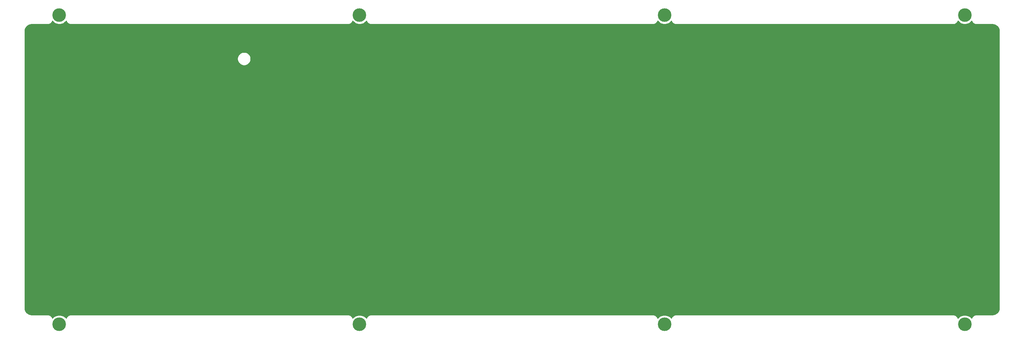
<source format=gbr>
G04 #@! TF.GenerationSoftware,KiCad,Pcbnew,(5.1.10-1-10_14)*
G04 #@! TF.CreationDate,2021-09-09T13:05:08-05:00*
G04 #@! TF.ProjectId,ori_bottom_plate,6f72695f-626f-4747-946f-6d5f706c6174,rev?*
G04 #@! TF.SameCoordinates,Original*
G04 #@! TF.FileFunction,Copper,L2,Bot*
G04 #@! TF.FilePolarity,Positive*
%FSLAX46Y46*%
G04 Gerber Fmt 4.6, Leading zero omitted, Abs format (unit mm)*
G04 Created by KiCad (PCBNEW (5.1.10-1-10_14)) date 2021-09-09 13:05:08*
%MOMM*%
%LPD*%
G01*
G04 APERTURE LIST*
G04 #@! TA.AperFunction,ComponentPad*
%ADD10C,3.500000*%
G04 #@! TD*
G04 #@! TA.AperFunction,ViaPad*
%ADD11C,0.500000*%
G04 #@! TD*
G04 #@! TA.AperFunction,Conductor*
%ADD12C,0.254000*%
G04 #@! TD*
G04 #@! TA.AperFunction,Conductor*
%ADD13C,0.100000*%
G04 #@! TD*
G04 APERTURE END LIST*
D10*
X311970354Y-118454889D03*
X311970354Y-38682951D03*
X233389042Y-118454889D03*
X233389042Y-38682951D03*
X155998322Y-118454889D03*
X155998322Y-38683016D03*
X389360818Y-38683016D03*
X389360818Y-118454824D03*
D11*
X385194165Y-59518840D03*
D12*
X310450005Y-40535501D02*
X310840633Y-40796511D01*
X311274675Y-40976297D01*
X311735452Y-41067951D01*
X312205256Y-41067951D01*
X312666033Y-40976297D01*
X313100075Y-40796511D01*
X313490703Y-40535501D01*
X313757764Y-40268440D01*
X313767359Y-40299436D01*
X313790513Y-40354518D01*
X313812946Y-40410042D01*
X313817273Y-40418178D01*
X313872533Y-40520380D01*
X313905968Y-40569948D01*
X313938739Y-40620029D01*
X313944563Y-40627170D01*
X314018622Y-40716692D01*
X314061059Y-40758833D01*
X314102922Y-40801583D01*
X314110023Y-40807456D01*
X314200060Y-40880889D01*
X314249879Y-40913988D01*
X314299242Y-40947788D01*
X314307349Y-40952170D01*
X314409934Y-41006716D01*
X314465241Y-41029511D01*
X314520219Y-41053075D01*
X314529023Y-41055800D01*
X314640249Y-41089381D01*
X314698900Y-41100994D01*
X314757437Y-41113437D01*
X314766602Y-41114400D01*
X314882233Y-41125738D01*
X314882237Y-41125738D01*
X314914220Y-41128888D01*
X386416488Y-41128888D01*
X386444470Y-41126132D01*
X386448039Y-41126157D01*
X386457211Y-41125258D01*
X386572758Y-41113114D01*
X386631361Y-41101084D01*
X386690119Y-41089876D01*
X386698941Y-41087212D01*
X386809930Y-41052855D01*
X386865012Y-41029701D01*
X386920536Y-41007268D01*
X386928672Y-41002941D01*
X387030874Y-40947681D01*
X387080442Y-40914246D01*
X387130523Y-40881475D01*
X387137664Y-40875651D01*
X387227186Y-40801592D01*
X387269327Y-40759155D01*
X387312077Y-40717292D01*
X387317950Y-40710191D01*
X387391383Y-40620154D01*
X387424482Y-40570335D01*
X387458282Y-40520972D01*
X387462664Y-40512865D01*
X387517210Y-40410280D01*
X387540005Y-40354973D01*
X387563569Y-40299995D01*
X387566294Y-40291191D01*
X387573205Y-40268302D01*
X387840469Y-40535566D01*
X388231097Y-40796576D01*
X388665139Y-40976362D01*
X389125916Y-41068016D01*
X389595720Y-41068016D01*
X390056497Y-40976362D01*
X390490539Y-40796576D01*
X390881167Y-40535566D01*
X391148317Y-40268416D01*
X391157919Y-40299436D01*
X391181073Y-40354518D01*
X391203506Y-40410042D01*
X391207833Y-40418178D01*
X391263093Y-40520380D01*
X391296528Y-40569948D01*
X391329299Y-40620029D01*
X391335123Y-40627170D01*
X391409182Y-40716692D01*
X391451619Y-40758833D01*
X391493482Y-40801583D01*
X391500583Y-40807456D01*
X391590620Y-40880889D01*
X391640439Y-40913988D01*
X391689802Y-40947788D01*
X391697909Y-40952170D01*
X391800494Y-41006716D01*
X391855801Y-41029511D01*
X391910779Y-41053075D01*
X391919583Y-41055800D01*
X392030809Y-41089381D01*
X392089460Y-41100994D01*
X392147997Y-41113437D01*
X392157162Y-41114400D01*
X392272793Y-41125738D01*
X392272808Y-41125738D01*
X392304801Y-41128888D01*
X396472881Y-41128761D01*
X396838861Y-41164646D01*
X397159864Y-41261562D01*
X397455930Y-41418983D01*
X397715777Y-41630909D01*
X397929515Y-41889272D01*
X398088998Y-42184230D01*
X398188154Y-42504552D01*
X398226411Y-42868543D01*
X398226410Y-114255541D01*
X398190524Y-114621531D01*
X398093607Y-114942538D01*
X397936187Y-115238599D01*
X397724259Y-115498448D01*
X397465896Y-115712186D01*
X397170940Y-115871668D01*
X396850618Y-115970824D01*
X396486642Y-116009079D01*
X392305169Y-116008952D01*
X392277177Y-116011708D01*
X392273596Y-116011683D01*
X392264425Y-116012582D01*
X392148877Y-116024726D01*
X392090267Y-116036757D01*
X392031517Y-116047964D01*
X392022695Y-116050628D01*
X391911706Y-116084985D01*
X391856624Y-116108139D01*
X391801100Y-116130572D01*
X391792964Y-116134899D01*
X391690762Y-116190159D01*
X391641171Y-116223609D01*
X391591113Y-116256365D01*
X391583972Y-116262189D01*
X391494450Y-116336248D01*
X391452309Y-116378685D01*
X391409559Y-116420548D01*
X391403686Y-116427649D01*
X391330254Y-116517686D01*
X391297165Y-116567490D01*
X391263355Y-116616868D01*
X391258972Y-116624974D01*
X391204427Y-116727560D01*
X391181640Y-116782846D01*
X391158067Y-116837845D01*
X391155342Y-116846648D01*
X391148431Y-116869538D01*
X390881167Y-116602274D01*
X390490539Y-116341264D01*
X390056497Y-116161478D01*
X389595720Y-116069824D01*
X389125916Y-116069824D01*
X388665139Y-116161478D01*
X388231097Y-116341264D01*
X387840469Y-116602274D01*
X387573319Y-116869424D01*
X387563717Y-116838404D01*
X387540563Y-116783322D01*
X387518130Y-116727798D01*
X387513803Y-116719662D01*
X387458543Y-116617460D01*
X387425093Y-116567869D01*
X387392337Y-116517811D01*
X387386513Y-116510670D01*
X387312454Y-116421148D01*
X387270017Y-116379007D01*
X387228154Y-116336257D01*
X387221053Y-116330384D01*
X387131016Y-116256952D01*
X387081212Y-116223863D01*
X387031834Y-116190053D01*
X387023728Y-116185670D01*
X386921142Y-116131125D01*
X386865856Y-116108338D01*
X386810857Y-116084765D01*
X386802054Y-116082040D01*
X386690827Y-116048459D01*
X386632176Y-116036846D01*
X386573639Y-116024403D01*
X386564474Y-116023440D01*
X386448844Y-116012102D01*
X386448838Y-116012102D01*
X386416855Y-116008952D01*
X314914689Y-116009017D01*
X314886717Y-116011772D01*
X314883137Y-116011747D01*
X314873966Y-116012646D01*
X314758418Y-116024790D01*
X314699808Y-116036821D01*
X314641058Y-116048028D01*
X314632236Y-116050692D01*
X314521247Y-116085049D01*
X314466165Y-116108203D01*
X314410641Y-116130636D01*
X314402505Y-116134963D01*
X314300303Y-116190223D01*
X314250712Y-116223673D01*
X314200654Y-116256429D01*
X314193513Y-116262253D01*
X314103991Y-116336312D01*
X314061850Y-116378749D01*
X314019100Y-116420612D01*
X314013227Y-116427713D01*
X313939795Y-116517750D01*
X313906706Y-116567554D01*
X313872896Y-116616932D01*
X313868513Y-116625038D01*
X313813968Y-116727624D01*
X313791181Y-116782910D01*
X313767608Y-116837909D01*
X313764883Y-116846712D01*
X313757971Y-116869607D01*
X313490703Y-116602339D01*
X313100075Y-116341329D01*
X312666033Y-116161543D01*
X312205256Y-116069889D01*
X311735452Y-116069889D01*
X311274675Y-116161543D01*
X310840633Y-116341329D01*
X310450005Y-116602339D01*
X310182859Y-116869485D01*
X310173258Y-116838468D01*
X310150104Y-116783386D01*
X310127671Y-116727862D01*
X310123344Y-116719726D01*
X310068084Y-116617524D01*
X310034634Y-116567933D01*
X310001878Y-116517875D01*
X309996054Y-116510734D01*
X309921995Y-116421212D01*
X309879558Y-116379071D01*
X309837695Y-116336321D01*
X309830594Y-116330448D01*
X309740557Y-116257016D01*
X309690753Y-116223927D01*
X309641375Y-116190117D01*
X309633269Y-116185734D01*
X309530683Y-116131189D01*
X309475397Y-116108402D01*
X309420398Y-116084829D01*
X309411595Y-116082104D01*
X309300368Y-116048523D01*
X309241717Y-116036910D01*
X309183180Y-116024467D01*
X309174015Y-116023504D01*
X309058385Y-116012166D01*
X309058370Y-116012166D01*
X309026397Y-116009017D01*
X236333405Y-116008952D01*
X236305423Y-116011708D01*
X236301852Y-116011683D01*
X236292681Y-116012582D01*
X236177133Y-116024726D01*
X236118523Y-116036757D01*
X236059773Y-116047964D01*
X236050951Y-116050628D01*
X235939962Y-116084985D01*
X235884880Y-116108139D01*
X235829356Y-116130572D01*
X235821220Y-116134899D01*
X235719018Y-116190159D01*
X235669427Y-116223609D01*
X235619369Y-116256365D01*
X235612228Y-116262189D01*
X235522706Y-116336248D01*
X235480565Y-116378685D01*
X235437815Y-116420548D01*
X235431942Y-116427649D01*
X235358510Y-116517686D01*
X235325421Y-116567490D01*
X235291611Y-116616868D01*
X235287228Y-116624974D01*
X235232683Y-116727560D01*
X235209896Y-116782846D01*
X235186323Y-116837845D01*
X235183598Y-116846648D01*
X235176665Y-116869613D01*
X234909391Y-116602339D01*
X234518763Y-116341329D01*
X234084721Y-116161543D01*
X233623944Y-116069889D01*
X233154140Y-116069889D01*
X232693363Y-116161543D01*
X232259321Y-116341329D01*
X231868693Y-116602339D01*
X231601583Y-116869449D01*
X231591973Y-116838404D01*
X231568819Y-116783322D01*
X231546386Y-116727798D01*
X231542059Y-116719662D01*
X231486799Y-116617460D01*
X231453349Y-116567869D01*
X231420593Y-116517811D01*
X231414769Y-116510670D01*
X231340710Y-116421148D01*
X231298273Y-116379007D01*
X231256410Y-116336257D01*
X231249309Y-116330384D01*
X231159272Y-116256952D01*
X231109468Y-116223863D01*
X231060090Y-116190053D01*
X231051984Y-116185670D01*
X230949398Y-116131125D01*
X230894112Y-116108338D01*
X230839113Y-116084765D01*
X230830310Y-116082040D01*
X230719083Y-116048459D01*
X230660432Y-116036846D01*
X230601895Y-116024403D01*
X230592730Y-116023440D01*
X230477100Y-116012102D01*
X230477094Y-116012102D01*
X230445111Y-116008952D01*
X158942657Y-116009017D01*
X158914685Y-116011772D01*
X158911105Y-116011747D01*
X158901934Y-116012646D01*
X158786386Y-116024790D01*
X158727776Y-116036821D01*
X158669026Y-116048028D01*
X158660204Y-116050692D01*
X158549215Y-116085049D01*
X158494133Y-116108203D01*
X158438609Y-116130636D01*
X158430473Y-116134963D01*
X158328271Y-116190223D01*
X158278680Y-116223673D01*
X158228622Y-116256429D01*
X158221481Y-116262253D01*
X158131959Y-116336312D01*
X158089818Y-116378749D01*
X158047068Y-116420612D01*
X158041195Y-116427713D01*
X157967763Y-116517750D01*
X157934674Y-116567554D01*
X157900864Y-116616932D01*
X157896481Y-116625038D01*
X157841936Y-116727624D01*
X157819149Y-116782910D01*
X157795576Y-116837909D01*
X157792851Y-116846712D01*
X157785939Y-116869607D01*
X157518671Y-116602339D01*
X157128043Y-116341329D01*
X156694001Y-116161543D01*
X156233224Y-116069889D01*
X155763420Y-116069889D01*
X155302643Y-116161543D01*
X154868601Y-116341329D01*
X154477973Y-116602339D01*
X154210827Y-116869485D01*
X154201226Y-116838468D01*
X154178072Y-116783386D01*
X154155639Y-116727862D01*
X154151312Y-116719726D01*
X154096052Y-116617524D01*
X154062602Y-116567933D01*
X154029846Y-116517875D01*
X154024022Y-116510734D01*
X153949963Y-116421212D01*
X153907526Y-116379071D01*
X153865663Y-116336321D01*
X153858562Y-116330448D01*
X153768525Y-116257016D01*
X153718721Y-116223927D01*
X153669343Y-116190117D01*
X153661237Y-116185734D01*
X153558651Y-116131189D01*
X153503365Y-116108402D01*
X153448366Y-116084829D01*
X153439563Y-116082104D01*
X153328336Y-116048523D01*
X153269685Y-116036910D01*
X153211148Y-116024467D01*
X153201983Y-116023504D01*
X153086353Y-116012166D01*
X153086341Y-116012166D01*
X153054354Y-116009016D01*
X148886389Y-116009080D01*
X148520399Y-115973194D01*
X148199392Y-115876277D01*
X147903331Y-115718857D01*
X147643482Y-115506929D01*
X147429744Y-115248566D01*
X147270262Y-114953610D01*
X147171106Y-114633288D01*
X147132850Y-114269307D01*
X147132850Y-49823061D01*
X201888474Y-49823061D01*
X201888474Y-50164827D01*
X201955149Y-50500025D01*
X202085937Y-50815775D01*
X202275811Y-51099942D01*
X202517476Y-51341607D01*
X202801643Y-51531481D01*
X203117393Y-51662269D01*
X203452591Y-51728944D01*
X203794357Y-51728944D01*
X204129555Y-51662269D01*
X204445305Y-51531481D01*
X204729472Y-51341607D01*
X204971137Y-51099942D01*
X205161011Y-50815775D01*
X205291799Y-50500025D01*
X205358474Y-50164827D01*
X205358474Y-49823061D01*
X205291799Y-49487863D01*
X205161011Y-49172113D01*
X204971137Y-48887946D01*
X204729472Y-48646281D01*
X204445305Y-48456407D01*
X204129555Y-48325619D01*
X203794357Y-48258944D01*
X203452591Y-48258944D01*
X203117393Y-48325619D01*
X202801643Y-48456407D01*
X202517476Y-48646281D01*
X202275811Y-48887946D01*
X202085937Y-49172113D01*
X201955149Y-49487863D01*
X201888474Y-49823061D01*
X147132850Y-49823061D01*
X147132850Y-42882299D01*
X147168736Y-42516309D01*
X147265652Y-42195306D01*
X147423073Y-41899240D01*
X147634999Y-41639393D01*
X147893362Y-41425655D01*
X148188320Y-41266172D01*
X148508642Y-41167016D01*
X148872618Y-41128761D01*
X153054163Y-41128888D01*
X153082155Y-41126132D01*
X153085735Y-41126157D01*
X153094907Y-41125258D01*
X153210454Y-41113114D01*
X153269057Y-41101084D01*
X153327815Y-41089876D01*
X153336637Y-41087212D01*
X153447626Y-41052855D01*
X153502708Y-41029701D01*
X153558232Y-41007268D01*
X153566368Y-41002941D01*
X153668570Y-40947681D01*
X153718138Y-40914246D01*
X153768219Y-40881475D01*
X153775360Y-40875651D01*
X153864882Y-40801592D01*
X153907023Y-40759155D01*
X153949773Y-40717292D01*
X153955646Y-40710191D01*
X154029079Y-40620154D01*
X154062178Y-40570335D01*
X154095978Y-40520972D01*
X154100360Y-40512865D01*
X154154906Y-40410280D01*
X154177701Y-40354973D01*
X154201265Y-40299995D01*
X154203990Y-40291191D01*
X154210856Y-40268449D01*
X154477973Y-40535566D01*
X154868601Y-40796576D01*
X155302643Y-40976362D01*
X155763420Y-41068016D01*
X156233224Y-41068016D01*
X156694001Y-40976362D01*
X157128043Y-40796576D01*
X157518671Y-40535566D01*
X157785967Y-40268270D01*
X157795615Y-40299436D01*
X157818769Y-40354518D01*
X157841202Y-40410042D01*
X157845529Y-40418178D01*
X157900789Y-40520380D01*
X157934224Y-40569948D01*
X157966995Y-40620029D01*
X157972819Y-40627170D01*
X158046878Y-40716692D01*
X158089315Y-40758833D01*
X158131178Y-40801583D01*
X158138279Y-40807456D01*
X158228316Y-40880889D01*
X158278135Y-40913988D01*
X158327498Y-40947788D01*
X158335605Y-40952170D01*
X158438190Y-41006716D01*
X158493497Y-41029511D01*
X158548475Y-41053075D01*
X158557279Y-41055800D01*
X158668505Y-41089381D01*
X158727156Y-41100994D01*
X158785693Y-41113437D01*
X158794858Y-41114400D01*
X158910489Y-41125738D01*
X158910493Y-41125738D01*
X158942476Y-41128888D01*
X230444744Y-41128888D01*
X230472726Y-41126132D01*
X230476295Y-41126157D01*
X230485467Y-41125258D01*
X230601014Y-41113114D01*
X230659617Y-41101084D01*
X230718375Y-41089876D01*
X230727197Y-41087212D01*
X230838186Y-41052855D01*
X230893268Y-41029701D01*
X230948792Y-41007268D01*
X230956928Y-41002941D01*
X231059130Y-40947681D01*
X231108698Y-40914246D01*
X231158779Y-40881475D01*
X231165920Y-40875651D01*
X231255442Y-40801592D01*
X231297583Y-40759155D01*
X231340333Y-40717292D01*
X231346206Y-40710191D01*
X231419639Y-40620154D01*
X231452738Y-40570335D01*
X231486538Y-40520972D01*
X231490920Y-40512865D01*
X231545466Y-40410280D01*
X231568261Y-40354973D01*
X231591825Y-40299995D01*
X231594550Y-40291191D01*
X231601468Y-40268276D01*
X231868693Y-40535501D01*
X232259321Y-40796511D01*
X232693363Y-40976297D01*
X233154140Y-41067951D01*
X233623944Y-41067951D01*
X234084721Y-40976297D01*
X234518763Y-40796511D01*
X234909391Y-40535501D01*
X235176550Y-40268342D01*
X235186175Y-40299436D01*
X235209329Y-40354518D01*
X235231762Y-40410042D01*
X235236089Y-40418178D01*
X235291349Y-40520380D01*
X235324784Y-40569948D01*
X235357555Y-40620029D01*
X235363379Y-40627170D01*
X235437438Y-40716692D01*
X235479875Y-40758833D01*
X235521738Y-40801583D01*
X235528839Y-40807456D01*
X235618876Y-40880889D01*
X235668695Y-40913988D01*
X235718058Y-40947788D01*
X235726165Y-40952170D01*
X235828750Y-41006716D01*
X235884057Y-41029511D01*
X235939035Y-41053075D01*
X235947839Y-41055800D01*
X236059065Y-41089381D01*
X236117716Y-41100994D01*
X236176253Y-41113437D01*
X236185418Y-41114400D01*
X236301049Y-41125738D01*
X236301053Y-41125738D01*
X236333036Y-41128888D01*
X309025928Y-41128888D01*
X309053910Y-41126132D01*
X309057479Y-41126157D01*
X309066651Y-41125258D01*
X309182198Y-41113114D01*
X309240801Y-41101084D01*
X309299559Y-41089876D01*
X309308381Y-41087212D01*
X309419370Y-41052855D01*
X309474452Y-41029701D01*
X309529976Y-41007268D01*
X309538112Y-41002941D01*
X309640314Y-40947681D01*
X309689882Y-40914246D01*
X309739963Y-40881475D01*
X309747104Y-40875651D01*
X309836626Y-40801592D01*
X309878767Y-40759155D01*
X309921517Y-40717292D01*
X309927390Y-40710191D01*
X310000823Y-40620154D01*
X310033922Y-40570335D01*
X310067722Y-40520972D01*
X310072104Y-40512865D01*
X310126650Y-40410280D01*
X310149445Y-40354973D01*
X310173009Y-40299995D01*
X310175734Y-40291191D01*
X310182682Y-40268178D01*
X310450005Y-40535501D01*
G04 #@! TA.AperFunction,Conductor*
D13*
G36*
X310450005Y-40535501D02*
G01*
X310840633Y-40796511D01*
X311274675Y-40976297D01*
X311735452Y-41067951D01*
X312205256Y-41067951D01*
X312666033Y-40976297D01*
X313100075Y-40796511D01*
X313490703Y-40535501D01*
X313757764Y-40268440D01*
X313767359Y-40299436D01*
X313790513Y-40354518D01*
X313812946Y-40410042D01*
X313817273Y-40418178D01*
X313872533Y-40520380D01*
X313905968Y-40569948D01*
X313938739Y-40620029D01*
X313944563Y-40627170D01*
X314018622Y-40716692D01*
X314061059Y-40758833D01*
X314102922Y-40801583D01*
X314110023Y-40807456D01*
X314200060Y-40880889D01*
X314249879Y-40913988D01*
X314299242Y-40947788D01*
X314307349Y-40952170D01*
X314409934Y-41006716D01*
X314465241Y-41029511D01*
X314520219Y-41053075D01*
X314529023Y-41055800D01*
X314640249Y-41089381D01*
X314698900Y-41100994D01*
X314757437Y-41113437D01*
X314766602Y-41114400D01*
X314882233Y-41125738D01*
X314882237Y-41125738D01*
X314914220Y-41128888D01*
X386416488Y-41128888D01*
X386444470Y-41126132D01*
X386448039Y-41126157D01*
X386457211Y-41125258D01*
X386572758Y-41113114D01*
X386631361Y-41101084D01*
X386690119Y-41089876D01*
X386698941Y-41087212D01*
X386809930Y-41052855D01*
X386865012Y-41029701D01*
X386920536Y-41007268D01*
X386928672Y-41002941D01*
X387030874Y-40947681D01*
X387080442Y-40914246D01*
X387130523Y-40881475D01*
X387137664Y-40875651D01*
X387227186Y-40801592D01*
X387269327Y-40759155D01*
X387312077Y-40717292D01*
X387317950Y-40710191D01*
X387391383Y-40620154D01*
X387424482Y-40570335D01*
X387458282Y-40520972D01*
X387462664Y-40512865D01*
X387517210Y-40410280D01*
X387540005Y-40354973D01*
X387563569Y-40299995D01*
X387566294Y-40291191D01*
X387573205Y-40268302D01*
X387840469Y-40535566D01*
X388231097Y-40796576D01*
X388665139Y-40976362D01*
X389125916Y-41068016D01*
X389595720Y-41068016D01*
X390056497Y-40976362D01*
X390490539Y-40796576D01*
X390881167Y-40535566D01*
X391148317Y-40268416D01*
X391157919Y-40299436D01*
X391181073Y-40354518D01*
X391203506Y-40410042D01*
X391207833Y-40418178D01*
X391263093Y-40520380D01*
X391296528Y-40569948D01*
X391329299Y-40620029D01*
X391335123Y-40627170D01*
X391409182Y-40716692D01*
X391451619Y-40758833D01*
X391493482Y-40801583D01*
X391500583Y-40807456D01*
X391590620Y-40880889D01*
X391640439Y-40913988D01*
X391689802Y-40947788D01*
X391697909Y-40952170D01*
X391800494Y-41006716D01*
X391855801Y-41029511D01*
X391910779Y-41053075D01*
X391919583Y-41055800D01*
X392030809Y-41089381D01*
X392089460Y-41100994D01*
X392147997Y-41113437D01*
X392157162Y-41114400D01*
X392272793Y-41125738D01*
X392272808Y-41125738D01*
X392304801Y-41128888D01*
X396472881Y-41128761D01*
X396838861Y-41164646D01*
X397159864Y-41261562D01*
X397455930Y-41418983D01*
X397715777Y-41630909D01*
X397929515Y-41889272D01*
X398088998Y-42184230D01*
X398188154Y-42504552D01*
X398226411Y-42868543D01*
X398226410Y-114255541D01*
X398190524Y-114621531D01*
X398093607Y-114942538D01*
X397936187Y-115238599D01*
X397724259Y-115498448D01*
X397465896Y-115712186D01*
X397170940Y-115871668D01*
X396850618Y-115970824D01*
X396486642Y-116009079D01*
X392305169Y-116008952D01*
X392277177Y-116011708D01*
X392273596Y-116011683D01*
X392264425Y-116012582D01*
X392148877Y-116024726D01*
X392090267Y-116036757D01*
X392031517Y-116047964D01*
X392022695Y-116050628D01*
X391911706Y-116084985D01*
X391856624Y-116108139D01*
X391801100Y-116130572D01*
X391792964Y-116134899D01*
X391690762Y-116190159D01*
X391641171Y-116223609D01*
X391591113Y-116256365D01*
X391583972Y-116262189D01*
X391494450Y-116336248D01*
X391452309Y-116378685D01*
X391409559Y-116420548D01*
X391403686Y-116427649D01*
X391330254Y-116517686D01*
X391297165Y-116567490D01*
X391263355Y-116616868D01*
X391258972Y-116624974D01*
X391204427Y-116727560D01*
X391181640Y-116782846D01*
X391158067Y-116837845D01*
X391155342Y-116846648D01*
X391148431Y-116869538D01*
X390881167Y-116602274D01*
X390490539Y-116341264D01*
X390056497Y-116161478D01*
X389595720Y-116069824D01*
X389125916Y-116069824D01*
X388665139Y-116161478D01*
X388231097Y-116341264D01*
X387840469Y-116602274D01*
X387573319Y-116869424D01*
X387563717Y-116838404D01*
X387540563Y-116783322D01*
X387518130Y-116727798D01*
X387513803Y-116719662D01*
X387458543Y-116617460D01*
X387425093Y-116567869D01*
X387392337Y-116517811D01*
X387386513Y-116510670D01*
X387312454Y-116421148D01*
X387270017Y-116379007D01*
X387228154Y-116336257D01*
X387221053Y-116330384D01*
X387131016Y-116256952D01*
X387081212Y-116223863D01*
X387031834Y-116190053D01*
X387023728Y-116185670D01*
X386921142Y-116131125D01*
X386865856Y-116108338D01*
X386810857Y-116084765D01*
X386802054Y-116082040D01*
X386690827Y-116048459D01*
X386632176Y-116036846D01*
X386573639Y-116024403D01*
X386564474Y-116023440D01*
X386448844Y-116012102D01*
X386448838Y-116012102D01*
X386416855Y-116008952D01*
X314914689Y-116009017D01*
X314886717Y-116011772D01*
X314883137Y-116011747D01*
X314873966Y-116012646D01*
X314758418Y-116024790D01*
X314699808Y-116036821D01*
X314641058Y-116048028D01*
X314632236Y-116050692D01*
X314521247Y-116085049D01*
X314466165Y-116108203D01*
X314410641Y-116130636D01*
X314402505Y-116134963D01*
X314300303Y-116190223D01*
X314250712Y-116223673D01*
X314200654Y-116256429D01*
X314193513Y-116262253D01*
X314103991Y-116336312D01*
X314061850Y-116378749D01*
X314019100Y-116420612D01*
X314013227Y-116427713D01*
X313939795Y-116517750D01*
X313906706Y-116567554D01*
X313872896Y-116616932D01*
X313868513Y-116625038D01*
X313813968Y-116727624D01*
X313791181Y-116782910D01*
X313767608Y-116837909D01*
X313764883Y-116846712D01*
X313757971Y-116869607D01*
X313490703Y-116602339D01*
X313100075Y-116341329D01*
X312666033Y-116161543D01*
X312205256Y-116069889D01*
X311735452Y-116069889D01*
X311274675Y-116161543D01*
X310840633Y-116341329D01*
X310450005Y-116602339D01*
X310182859Y-116869485D01*
X310173258Y-116838468D01*
X310150104Y-116783386D01*
X310127671Y-116727862D01*
X310123344Y-116719726D01*
X310068084Y-116617524D01*
X310034634Y-116567933D01*
X310001878Y-116517875D01*
X309996054Y-116510734D01*
X309921995Y-116421212D01*
X309879558Y-116379071D01*
X309837695Y-116336321D01*
X309830594Y-116330448D01*
X309740557Y-116257016D01*
X309690753Y-116223927D01*
X309641375Y-116190117D01*
X309633269Y-116185734D01*
X309530683Y-116131189D01*
X309475397Y-116108402D01*
X309420398Y-116084829D01*
X309411595Y-116082104D01*
X309300368Y-116048523D01*
X309241717Y-116036910D01*
X309183180Y-116024467D01*
X309174015Y-116023504D01*
X309058385Y-116012166D01*
X309058370Y-116012166D01*
X309026397Y-116009017D01*
X236333405Y-116008952D01*
X236305423Y-116011708D01*
X236301852Y-116011683D01*
X236292681Y-116012582D01*
X236177133Y-116024726D01*
X236118523Y-116036757D01*
X236059773Y-116047964D01*
X236050951Y-116050628D01*
X235939962Y-116084985D01*
X235884880Y-116108139D01*
X235829356Y-116130572D01*
X235821220Y-116134899D01*
X235719018Y-116190159D01*
X235669427Y-116223609D01*
X235619369Y-116256365D01*
X235612228Y-116262189D01*
X235522706Y-116336248D01*
X235480565Y-116378685D01*
X235437815Y-116420548D01*
X235431942Y-116427649D01*
X235358510Y-116517686D01*
X235325421Y-116567490D01*
X235291611Y-116616868D01*
X235287228Y-116624974D01*
X235232683Y-116727560D01*
X235209896Y-116782846D01*
X235186323Y-116837845D01*
X235183598Y-116846648D01*
X235176665Y-116869613D01*
X234909391Y-116602339D01*
X234518763Y-116341329D01*
X234084721Y-116161543D01*
X233623944Y-116069889D01*
X233154140Y-116069889D01*
X232693363Y-116161543D01*
X232259321Y-116341329D01*
X231868693Y-116602339D01*
X231601583Y-116869449D01*
X231591973Y-116838404D01*
X231568819Y-116783322D01*
X231546386Y-116727798D01*
X231542059Y-116719662D01*
X231486799Y-116617460D01*
X231453349Y-116567869D01*
X231420593Y-116517811D01*
X231414769Y-116510670D01*
X231340710Y-116421148D01*
X231298273Y-116379007D01*
X231256410Y-116336257D01*
X231249309Y-116330384D01*
X231159272Y-116256952D01*
X231109468Y-116223863D01*
X231060090Y-116190053D01*
X231051984Y-116185670D01*
X230949398Y-116131125D01*
X230894112Y-116108338D01*
X230839113Y-116084765D01*
X230830310Y-116082040D01*
X230719083Y-116048459D01*
X230660432Y-116036846D01*
X230601895Y-116024403D01*
X230592730Y-116023440D01*
X230477100Y-116012102D01*
X230477094Y-116012102D01*
X230445111Y-116008952D01*
X158942657Y-116009017D01*
X158914685Y-116011772D01*
X158911105Y-116011747D01*
X158901934Y-116012646D01*
X158786386Y-116024790D01*
X158727776Y-116036821D01*
X158669026Y-116048028D01*
X158660204Y-116050692D01*
X158549215Y-116085049D01*
X158494133Y-116108203D01*
X158438609Y-116130636D01*
X158430473Y-116134963D01*
X158328271Y-116190223D01*
X158278680Y-116223673D01*
X158228622Y-116256429D01*
X158221481Y-116262253D01*
X158131959Y-116336312D01*
X158089818Y-116378749D01*
X158047068Y-116420612D01*
X158041195Y-116427713D01*
X157967763Y-116517750D01*
X157934674Y-116567554D01*
X157900864Y-116616932D01*
X157896481Y-116625038D01*
X157841936Y-116727624D01*
X157819149Y-116782910D01*
X157795576Y-116837909D01*
X157792851Y-116846712D01*
X157785939Y-116869607D01*
X157518671Y-116602339D01*
X157128043Y-116341329D01*
X156694001Y-116161543D01*
X156233224Y-116069889D01*
X155763420Y-116069889D01*
X155302643Y-116161543D01*
X154868601Y-116341329D01*
X154477973Y-116602339D01*
X154210827Y-116869485D01*
X154201226Y-116838468D01*
X154178072Y-116783386D01*
X154155639Y-116727862D01*
X154151312Y-116719726D01*
X154096052Y-116617524D01*
X154062602Y-116567933D01*
X154029846Y-116517875D01*
X154024022Y-116510734D01*
X153949963Y-116421212D01*
X153907526Y-116379071D01*
X153865663Y-116336321D01*
X153858562Y-116330448D01*
X153768525Y-116257016D01*
X153718721Y-116223927D01*
X153669343Y-116190117D01*
X153661237Y-116185734D01*
X153558651Y-116131189D01*
X153503365Y-116108402D01*
X153448366Y-116084829D01*
X153439563Y-116082104D01*
X153328336Y-116048523D01*
X153269685Y-116036910D01*
X153211148Y-116024467D01*
X153201983Y-116023504D01*
X153086353Y-116012166D01*
X153086341Y-116012166D01*
X153054354Y-116009016D01*
X148886389Y-116009080D01*
X148520399Y-115973194D01*
X148199392Y-115876277D01*
X147903331Y-115718857D01*
X147643482Y-115506929D01*
X147429744Y-115248566D01*
X147270262Y-114953610D01*
X147171106Y-114633288D01*
X147132850Y-114269307D01*
X147132850Y-49823061D01*
X201888474Y-49823061D01*
X201888474Y-50164827D01*
X201955149Y-50500025D01*
X202085937Y-50815775D01*
X202275811Y-51099942D01*
X202517476Y-51341607D01*
X202801643Y-51531481D01*
X203117393Y-51662269D01*
X203452591Y-51728944D01*
X203794357Y-51728944D01*
X204129555Y-51662269D01*
X204445305Y-51531481D01*
X204729472Y-51341607D01*
X204971137Y-51099942D01*
X205161011Y-50815775D01*
X205291799Y-50500025D01*
X205358474Y-50164827D01*
X205358474Y-49823061D01*
X205291799Y-49487863D01*
X205161011Y-49172113D01*
X204971137Y-48887946D01*
X204729472Y-48646281D01*
X204445305Y-48456407D01*
X204129555Y-48325619D01*
X203794357Y-48258944D01*
X203452591Y-48258944D01*
X203117393Y-48325619D01*
X202801643Y-48456407D01*
X202517476Y-48646281D01*
X202275811Y-48887946D01*
X202085937Y-49172113D01*
X201955149Y-49487863D01*
X201888474Y-49823061D01*
X147132850Y-49823061D01*
X147132850Y-42882299D01*
X147168736Y-42516309D01*
X147265652Y-42195306D01*
X147423073Y-41899240D01*
X147634999Y-41639393D01*
X147893362Y-41425655D01*
X148188320Y-41266172D01*
X148508642Y-41167016D01*
X148872618Y-41128761D01*
X153054163Y-41128888D01*
X153082155Y-41126132D01*
X153085735Y-41126157D01*
X153094907Y-41125258D01*
X153210454Y-41113114D01*
X153269057Y-41101084D01*
X153327815Y-41089876D01*
X153336637Y-41087212D01*
X153447626Y-41052855D01*
X153502708Y-41029701D01*
X153558232Y-41007268D01*
X153566368Y-41002941D01*
X153668570Y-40947681D01*
X153718138Y-40914246D01*
X153768219Y-40881475D01*
X153775360Y-40875651D01*
X153864882Y-40801592D01*
X153907023Y-40759155D01*
X153949773Y-40717292D01*
X153955646Y-40710191D01*
X154029079Y-40620154D01*
X154062178Y-40570335D01*
X154095978Y-40520972D01*
X154100360Y-40512865D01*
X154154906Y-40410280D01*
X154177701Y-40354973D01*
X154201265Y-40299995D01*
X154203990Y-40291191D01*
X154210856Y-40268449D01*
X154477973Y-40535566D01*
X154868601Y-40796576D01*
X155302643Y-40976362D01*
X155763420Y-41068016D01*
X156233224Y-41068016D01*
X156694001Y-40976362D01*
X157128043Y-40796576D01*
X157518671Y-40535566D01*
X157785967Y-40268270D01*
X157795615Y-40299436D01*
X157818769Y-40354518D01*
X157841202Y-40410042D01*
X157845529Y-40418178D01*
X157900789Y-40520380D01*
X157934224Y-40569948D01*
X157966995Y-40620029D01*
X157972819Y-40627170D01*
X158046878Y-40716692D01*
X158089315Y-40758833D01*
X158131178Y-40801583D01*
X158138279Y-40807456D01*
X158228316Y-40880889D01*
X158278135Y-40913988D01*
X158327498Y-40947788D01*
X158335605Y-40952170D01*
X158438190Y-41006716D01*
X158493497Y-41029511D01*
X158548475Y-41053075D01*
X158557279Y-41055800D01*
X158668505Y-41089381D01*
X158727156Y-41100994D01*
X158785693Y-41113437D01*
X158794858Y-41114400D01*
X158910489Y-41125738D01*
X158910493Y-41125738D01*
X158942476Y-41128888D01*
X230444744Y-41128888D01*
X230472726Y-41126132D01*
X230476295Y-41126157D01*
X230485467Y-41125258D01*
X230601014Y-41113114D01*
X230659617Y-41101084D01*
X230718375Y-41089876D01*
X230727197Y-41087212D01*
X230838186Y-41052855D01*
X230893268Y-41029701D01*
X230948792Y-41007268D01*
X230956928Y-41002941D01*
X231059130Y-40947681D01*
X231108698Y-40914246D01*
X231158779Y-40881475D01*
X231165920Y-40875651D01*
X231255442Y-40801592D01*
X231297583Y-40759155D01*
X231340333Y-40717292D01*
X231346206Y-40710191D01*
X231419639Y-40620154D01*
X231452738Y-40570335D01*
X231486538Y-40520972D01*
X231490920Y-40512865D01*
X231545466Y-40410280D01*
X231568261Y-40354973D01*
X231591825Y-40299995D01*
X231594550Y-40291191D01*
X231601468Y-40268276D01*
X231868693Y-40535501D01*
X232259321Y-40796511D01*
X232693363Y-40976297D01*
X233154140Y-41067951D01*
X233623944Y-41067951D01*
X234084721Y-40976297D01*
X234518763Y-40796511D01*
X234909391Y-40535501D01*
X235176550Y-40268342D01*
X235186175Y-40299436D01*
X235209329Y-40354518D01*
X235231762Y-40410042D01*
X235236089Y-40418178D01*
X235291349Y-40520380D01*
X235324784Y-40569948D01*
X235357555Y-40620029D01*
X235363379Y-40627170D01*
X235437438Y-40716692D01*
X235479875Y-40758833D01*
X235521738Y-40801583D01*
X235528839Y-40807456D01*
X235618876Y-40880889D01*
X235668695Y-40913988D01*
X235718058Y-40947788D01*
X235726165Y-40952170D01*
X235828750Y-41006716D01*
X235884057Y-41029511D01*
X235939035Y-41053075D01*
X235947839Y-41055800D01*
X236059065Y-41089381D01*
X236117716Y-41100994D01*
X236176253Y-41113437D01*
X236185418Y-41114400D01*
X236301049Y-41125738D01*
X236301053Y-41125738D01*
X236333036Y-41128888D01*
X309025928Y-41128888D01*
X309053910Y-41126132D01*
X309057479Y-41126157D01*
X309066651Y-41125258D01*
X309182198Y-41113114D01*
X309240801Y-41101084D01*
X309299559Y-41089876D01*
X309308381Y-41087212D01*
X309419370Y-41052855D01*
X309474452Y-41029701D01*
X309529976Y-41007268D01*
X309538112Y-41002941D01*
X309640314Y-40947681D01*
X309689882Y-40914246D01*
X309739963Y-40881475D01*
X309747104Y-40875651D01*
X309836626Y-40801592D01*
X309878767Y-40759155D01*
X309921517Y-40717292D01*
X309927390Y-40710191D01*
X310000823Y-40620154D01*
X310033922Y-40570335D01*
X310067722Y-40520972D01*
X310072104Y-40512865D01*
X310126650Y-40410280D01*
X310149445Y-40354973D01*
X310173009Y-40299995D01*
X310175734Y-40291191D01*
X310182682Y-40268178D01*
X310450005Y-40535501D01*
G37*
G04 #@! TD.AperFunction*
M02*

</source>
